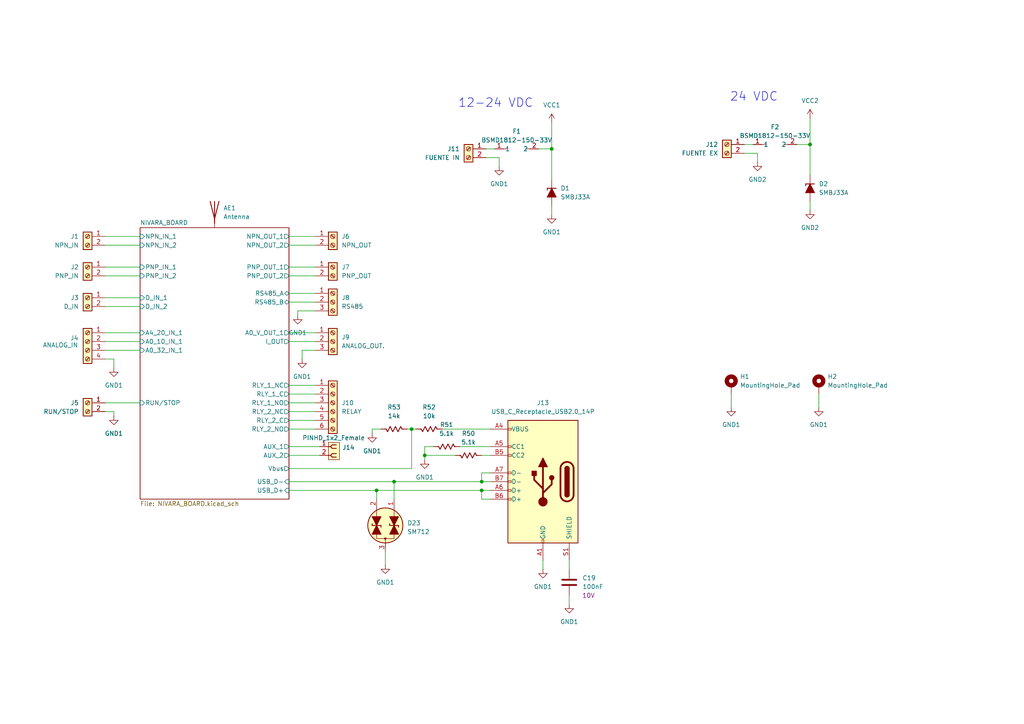
<source format=kicad_sch>
(kicad_sch (version 20250114) (generator "eeschema") (generator_version "9.0")
  (paper "A4")
  (title_block (title "PCB Nivara") (date "2025-06-06") (rev "2025-06-06") (company "Instituto Tecnológico de las Américas"))
  (lib_symbols
    (symbol "Connector:Screw_Terminal_01x02" (pin_names (offset 1.016) (hide yes))
      (property "Reference" "J" (at 0 2.54 0))
      (property "Value" "Screw_Terminal_01x02" (at 0 -5.08 0))
      (symbol "Screw_Terminal_01x02_1_1"
        (rectangle (start -1.27 1.27) (end 1.27 -3.81) (stroke (width 0.254)) (fill (type background)))
        (polyline (pts (xy -0.5334 0.3302) (xy 0.3302 -0.508)) (stroke (width 0.1524)))
        (polyline (pts (xy -0.5334 -2.2098) (xy 0.3302 -3.048)) (stroke (width 0.1524)))
        (polyline (pts (xy -0.3556 0.508) (xy 0.508 -0.3302)) (stroke (width 0.1524)))
        (polyline (pts (xy -0.3556 -2.032) (xy 0.508 -2.8702)) (stroke (width 0.1524)))
        (circle (center 0 0) (radius 0.635) (stroke (width 0.1524)))
        (circle (center 0 -2.54) (radius 0.635) (stroke (width 0.1524)))
        (pin passive line (at -5.08 0 0) (length 3.81) (name "Pin_1") (number "1"))
        (pin passive line (at -5.08 -2.54 0) (length 3.81) (name "Pin_2") (number "2"))
      )
    )
    (symbol "Connector:Screw_Terminal_01x03" (pin_names (offset 1.016) (hide yes))
      (property "Reference" "J" (at 0 5.08 0))
      (property "Value" "Screw_Terminal_01x03" (at 0 -5.08 0))
      (symbol "Screw_Terminal_01x03_1_1"
        (rectangle (start -1.27 3.81) (end 1.27 -3.81) (stroke (width 0.254)) (fill (type background)))
        (polyline (pts (xy -0.5334 2.8702) (xy 0.3302 2.032)) (stroke (width 0.1524)))
        (polyline (pts (xy -0.5334 0.3302) (xy 0.3302 -0.508)) (stroke (width 0.1524)))
        (polyline (pts (xy -0.5334 -2.2098) (xy 0.3302 -3.048)) (stroke (width 0.1524)))
        (polyline (pts (xy -0.3556 3.048) (xy 0.508 2.2098)) (stroke (width 0.1524)))
        (polyline (pts (xy -0.3556 0.508) (xy 0.508 -0.3302)) (stroke (width 0.1524)))
        (polyline (pts (xy -0.3556 -2.032) (xy 0.508 -2.8702)) (stroke (width 0.1524)))
        (circle (center 0 2.54) (radius 0.635) (stroke (width 0.1524)))
        (circle (center 0 0) (radius 0.635) (stroke (width 0.1524)))
        (circle (center 0 -2.54) (radius 0.635) (stroke (width 0.1524)))
        (pin passive line (at -5.08 2.54 0) (length 3.81) (name "Pin_1") (number "1"))
        (pin passive line (at -5.08 0 0) (length 3.81) (name "Pin_2") (number "2"))
        (pin passive line (at -5.08 -2.54 0) (length 3.81) (name "Pin_3") (number "3"))
      )
    )
    (symbol "Connector:Screw_Terminal_01x04" (pin_names (offset 1.016) (hide yes))
      (property "Reference" "J" (at 0 5.08 0))
      (property "Value" "Screw_Terminal_01x04" (at 0 -7.62 0))
      (symbol "Screw_Terminal_01x04_1_1"
        (rectangle (start -1.27 3.81) (end 1.27 -6.35) (stroke (width 0.254)) (fill (type background)))
        (polyline (pts (xy -0.5334 2.8702) (xy 0.3302 2.032)) (stroke (width 0.1524)))
        (polyline (pts (xy -0.5334 0.3302) (xy 0.3302 -0.508)) (stroke (width 0.1524)))
        (polyline (pts (xy -0.5334 -2.2098) (xy 0.3302 -3.048)) (stroke (width 0.1524)))
        (polyline (pts (xy -0.5334 -4.7498) (xy 0.3302 -5.588)) (stroke (width 0.1524)))
        (polyline (pts (xy -0.3556 3.048) (xy 0.508 2.2098)) (stroke (width 0.1524)))
        (polyline (pts (xy -0.3556 0.508) (xy 0.508 -0.3302)) (stroke (width 0.1524)))
        (polyline (pts (xy -0.3556 -2.032) (xy 0.508 -2.8702)) (stroke (width 0.1524)))
        (polyline (pts (xy -0.3556 -4.572) (xy 0.508 -5.4102)) (stroke (width 0.1524)))
        (circle (center 0 2.54) (radius 0.635) (stroke (width 0.1524)))
        (circle (center 0 0) (radius 0.635) (stroke (width 0.1524)))
        (circle (center 0 -2.54) (radius 0.635) (stroke (width 0.1524)))
        (circle (center 0 -5.08) (radius 0.635) (stroke (width 0.1524)))
        (pin passive line (at -5.08 2.54 0) (length 3.81) (name "Pin_1") (number "1"))
        (pin passive line (at -5.08 0 0) (length 3.81) (name "Pin_2") (number "2"))
        (pin passive line (at -5.08 -2.54 0) (length 3.81) (name "Pin_3") (number "3"))
        (pin passive line (at -5.08 -5.08 0) (length 3.81) (name "Pin_4") (number "4"))
      )
    )
    (symbol "Connector:Screw_Terminal_01x06" (pin_names (offset 1.016) (hide yes))
      (property "Reference" "J" (at 0 7.62 0))
      (property "Value" "Screw_Terminal_01x06" (at 0 -10.16 0))
      (symbol "Screw_Terminal_01x06_1_1"
        (rectangle (start -1.27 6.35) (end 1.27 -8.89) (stroke (width 0.254)) (fill (type background)))
        (polyline (pts (xy -0.5334 5.4102) (xy 0.3302 4.572)) (stroke (width 0.1524)))
        (polyline (pts (xy -0.5334 2.8702) (xy 0.3302 2.032)) (stroke (width 0.1524)))
        (polyline (pts (xy -0.5334 0.3302) (xy 0.3302 -0.508)) (stroke (width 0.1524)))
        (polyline (pts (xy -0.5334 -2.2098) (xy 0.3302 -3.048)) (stroke (width 0.1524)))
        (polyline (pts (xy -0.5334 -4.7498) (xy 0.3302 -5.588)) (stroke (width 0.1524)))
        (polyline (pts (xy -0.5334 -7.2898) (xy 0.3302 -8.128)) (stroke (width 0.1524)))
        (polyline (pts (xy -0.3556 5.588) (xy 0.508 4.7498)) (stroke (width 0.1524)))
        (polyline (pts (xy -0.3556 3.048) (xy 0.508 2.2098)) (stroke (width 0.1524)))
        (polyline (pts (xy -0.3556 0.508) (xy 0.508 -0.3302)) (stroke (width 0.1524)))
        (polyline (pts (xy -0.3556 -2.032) (xy 0.508 -2.8702)) (stroke (width 0.1524)))
        (polyline (pts (xy -0.3556 -4.572) (xy 0.508 -5.4102)) (stroke (width 0.1524)))
        (polyline (pts (xy -0.3556 -7.112) (xy 0.508 -7.9502)) (stroke (width 0.1524)))
        (circle (center 0 5.08) (radius 0.635) (stroke (width 0.1524)))
        (circle (center 0 2.54) (radius 0.635) (stroke (width 0.1524)))
        (circle (center 0 0) (radius 0.635) (stroke (width 0.1524)))
        (circle (center 0 -2.54) (radius 0.635) (stroke (width 0.1524)))
        (circle (center 0 -5.08) (radius 0.635) (stroke (width 0.1524)))
        (circle (center 0 -7.62) (radius 0.635) (stroke (width 0.1524)))
        (pin passive line (at -5.08 5.08 0) (length 3.81) (name "Pin_1") (number "1"))
        (pin passive line (at -5.08 2.54 0) (length 3.81) (name "Pin_2") (number "2"))
        (pin passive line (at -5.08 0 0) (length 3.81) (name "Pin_3") (number "3"))
        (pin passive line (at -5.08 -2.54 0) (length 3.81) (name "Pin_4") (number "4"))
        (pin passive line (at -5.08 -5.08 0) (length 3.81) (name "Pin_5") (number "5"))
        (pin passive line (at -5.08 -7.62 0) (length 3.81) (name "Pin_6") (number "6"))
      )
    )
    (symbol "Connector:USB_C_Receptacle_USB2.0_14P" (pin_names (offset 1.016))
      (property "Reference" "J" (at 0 22.225 0))
      (property "Value" "USB_C_Receptacle_USB2.0_14P" (at 0 19.685 0))
      (symbol "USB_C_Receptacle_USB2.0_14P_0_0"
        (rectangle (start -0.254 -17.78) (end 0.254 -16.764))
        (rectangle (start 10.16 15.494) (end 9.144 14.986))
        (rectangle (start 10.16 10.414) (end 9.144 9.906))
        (rectangle (start 10.16 7.874) (end 9.144 7.366))
        (rectangle (start 10.16 2.794) (end 9.144 2.286))
        (rectangle (start 10.16 0.254) (end 9.144 -0.254))
        (rectangle (start 10.16 -2.286) (end 9.144 -2.794))
        (rectangle (start 10.16 -4.826) (end 9.144 -5.334))
      )
      (symbol "USB_C_Receptacle_USB2.0_14P_0_1"
        (rectangle (start -10.16 17.78) (end 10.16 -17.78) (stroke (width 0.254)) (fill (type background)))
        (polyline (pts (xy -8.89 -3.81) (xy -8.89 3.81)) (stroke (width 0.508)))
        (rectangle (start -7.62 -3.81) (end -6.35 3.81) (stroke (width 0.254)) (fill (type outline)))
        (arc (start -7.62 3.81) (mid -6.985 4.4423) (end -6.35 3.81) (stroke (width 0.254)))
        (arc (start -7.62 3.81) (mid -6.985 4.4423) (end -6.35 3.81) (stroke (width 0.254)) (fill (type outline)))
        (arc (start -8.89 3.81) (mid -6.985 5.7067) (end -5.08 3.81) (stroke (width 0.508)))
        (arc (start -5.08 -3.81) (mid -6.985 -5.7067) (end -8.89 -3.81) (stroke (width 0.508)))
        (arc (start -6.35 -3.81) (mid -6.985 -4.4423) (end -7.62 -3.81) (stroke (width 0.254)))
        (arc (start -6.35 -3.81) (mid -6.985 -4.4423) (end -7.62 -3.81) (stroke (width 0.254)) (fill (type outline)))
        (polyline (pts (xy -5.08 3.81) (xy -5.08 -3.81)) (stroke (width 0.508)))
        (circle (center -2.54 1.143) (radius 0.635) (stroke (width 0.254)) (fill (type outline)))
        (polyline (pts (xy -1.27 4.318) (xy 0 6.858) (xy 1.27 4.318) (xy -1.27 4.318)) (stroke (width 0.254)) (fill (type outline)))
        (polyline (pts (xy 0 -2.032) (xy 2.54 0.508) (xy 2.54 1.778)) (stroke (width 0.508)))
        (polyline (pts (xy 0 -3.302) (xy -2.54 -0.762) (xy -2.54 0.508)) (stroke (width 0.508)))
        (polyline (pts (xy 0 -5.842) (xy 0 4.318)) (stroke (width 0.508)))
        (circle (center 0 -5.842) (radius 1.27) (fill (type outline)))
        (rectangle (start 1.905 1.778) (end 3.175 3.048) (stroke (width 0.254)) (fill (type outline)))
      )
      (symbol "USB_C_Receptacle_USB2.0_14P_1_1"
        (pin passive line (at -7.62 -22.86 90) (length 5.08) (name "SHIELD") (number "S1"))
        (pin passive line (at 0 -22.86 90) (length 5.08) (name "GND") (number "A1"))
        (pin passive line (at 0 -22.86 90) (length 5.08) (hide yes) (name "GND") (number "A12"))
        (pin passive line (at 0 -22.86 90) (length 5.08) (hide yes) (name "GND") (number "B1"))
        (pin passive line (at 0 -22.86 90) (length 5.08) (hide yes) (name "GND") (number "B12"))
        (pin passive line (at 15.24 15.24 180) (length 5.08) (name "VBUS") (number "A4"))
        (pin passive line (at 15.24 15.24 180) (length 5.08) (hide yes) (name "VBUS") (number "A9"))
        (pin passive line (at 15.24 15.24 180) (length 5.08) (hide yes) (name "VBUS") (number "B4"))
        (pin passive line (at 15.24 15.24 180) (length 5.08) (hide yes) (name "VBUS") (number "B9"))
        (pin bidirectional line (at 15.24 10.16 180) (length 5.08) (name "CC1") (number "A5"))
        (pin bidirectional line (at 15.24 7.62 180) (length 5.08) (name "CC2") (number "B5"))
        (pin bidirectional line (at 15.24 2.54 180) (length 5.08) (name "D-") (number "A7"))
        (pin bidirectional line (at 15.24 0 180) (length 5.08) (name "D-") (number "B7"))
        (pin bidirectional line (at 15.24 -2.54 180) (length 5.08) (name "D+") (number "A6"))
        (pin bidirectional line (at 15.24 -5.08 180) (length 5.08) (name "D+") (number "B6"))
      )
    )
    (symbol "Device:Antenna" (pin_numbers (hide yes)) (pin_names (offset 1.016) (hide yes))
      (property "Reference" "AE" (at -1.905 1.905 0))
      (property "Value" "Antenna" (at -1.905 0 0))
      (symbol "Antenna_0_1"
        (polyline (pts (xy 0 2.54) (xy 0 -3.81)) (stroke (width 0.254)))
        (polyline (pts (xy 1.27 2.54) (xy 0 -2.54) (xy -1.27 2.54)) (stroke (width 0.254)))
      )
      (symbol "Antenna_1_1"
        (pin input line (at 0 -5.08 90) (length 2.54) (name "A") (number "1"))
      )
    )
    (symbol "EasyEDA:BSMD1812-150-33V"
      (property "Reference" "F" (at 0 5.08 0))
      (property "Value" "BSMD1812-150-33V" (at 0 -5.08 0))
      (symbol "BSMD1812-150-33V_0_1"
        (polyline (pts (xy -2.54 0) (xy -1.27 0)))
        (polyline (pts (xy -1.27 0)) (fill (type background)))
        (polyline (pts (xy 3.81 0) (xy 5.08 0)))
        (pin unspecified line (at -5.08 0 0) (length 2.54) (name "1") (number "1"))
        (pin unspecified line (at 7.62 0 180) (length 2.54) (name "2") (number "2"))
      )
    )
    (symbol "Mechanical:MountingHole_Pad" (pin_numbers (hide yes)) (pin_names (offset 1.016) (hide yes)) (in_bom no)
      (property "Reference" "H" (at 0 6.35 0))
      (property "Value" "MountingHole_Pad" (at 0 4.445 0))
      (symbol "MountingHole_Pad_0_1"
        (circle (center 0 1.27) (radius 1.27) (stroke (width 1.27)))
      )
      (symbol "MountingHole_Pad_1_1"
        (pin input line (at 0 -2.54 90) (length 2.54) (name "1") (number "1"))
      )
    )
    (symbol "PCM_Capacitor_US_AKL:C_0603" (pin_numbers (hide yes)) (pin_names (offset 0.254))
      (property "Reference" "C" (at 0.635 2.54 0))
      (property "Value" "C_0603" (at 0.635 -2.54 0))
      (symbol "C_0603_0_1"
        (polyline (pts (xy -2.032 0.762) (xy 2.032 0.762)) (stroke (width 0.508)))
        (polyline (pts (xy -2.032 -0.762) (xy 2.032 -0.762)) (stroke (width 0.508)))
      )
      (symbol "C_0603_0_2"
        (polyline (pts (xy -2.54 -2.54) (xy -0.381 -0.381)))
        (polyline (pts (xy -0.508 -0.508) (xy -1.651 0.635)) (stroke (width 0.508)))
        (polyline (pts (xy -0.508 -0.508) (xy 0.635 -1.651)) (stroke (width 0.508)))
        (polyline (pts (xy 0.381 0.381) (xy 2.54 2.54)))
        (polyline (pts (xy 0.508 0.508) (xy -0.635 1.651)) (stroke (width 0.508)))
        (polyline (pts (xy 0.508 0.508) (xy 1.651 -0.635)) (stroke (width 0.508)))
      )
      (symbol "C_0603_1_1"
        (pin passive line (at 0 3.81 270) (length 2.794) (name "~") (number "1"))
        (pin passive line (at 0 -3.81 90) (length 2.794) (name "~") (number "2"))
      )
      (symbol "C_0603_1_2"
        (pin passive line (at -2.54 -2.54 90) (length 0) (name "~") (number "2"))
        (pin passive line (at 2.54 2.54 270) (length 0) (name "~") (number "1"))
      )
    )
    (symbol "PCM_Diode_TVS_AKL:SM712" (pin_names (offset 1.016) (hide yes))
      (property "Reference" "D" (at 0 8.89 0))
      (property "Value" "SM712" (at 0 6.35 0))
      (symbol "SM712_0_1"
        (polyline (pts (xy -6.35 0) (xy -3.81 0)))
        (circle (center -3.81 0) (radius 0.254) (fill (type outline)))
        (polyline (pts (xy -2.54 2.54) (xy -3.81 2.54) (xy -3.81 -2.54) (xy -2.54 -2.54)))
        (circle (center 0 0) (radius 5.08) (stroke (width 0.254)) (fill (type background)))
        (polyline (pts (xy 2.54 2.54) (xy 5.08 2.54)))
        (polyline (pts (xy 2.54 -2.54) (xy 5.08 -2.54)))
      )
      (symbol "SM712_0_2"
        (polyline (pts (xy -2.54 5.08) (xy -2.54 -5.08)) (stroke (width 0.254)))
        (polyline (pts (xy -2.54 0) (xy 0 0)))
        (polyline (pts (xy 0 6.35) (xy 0 7.62)))
        (arc (start -2.54 5.08) (mid 0 7.5976) (end 2.54 5.08) (stroke (width 0.254)))
        (polyline (pts (xy 0 1.27) (xy 0 -1.27)))
        (circle (center 0 0) (radius 0.254) (fill (type outline)))
        (arc (start 2.54 -5.08) (mid 0 -7.5976) (end -2.54 -5.08) (stroke (width 0.254)))
        (polyline (pts (xy 0 -6.35) (xy 0 -7.62)))
        (polyline (pts (xy 0 -7.62) (xy -1.016 -7.366) (xy -1.778 -6.858) (xy -2.286 -6.096) (xy -2.54 -5.588) (xy -2.54 5.334) (xy -2.286 6.096) (xy -2.032 6.604) (xy -1.524 7.112) (xy -0.254 7.62) (xy 0.254 7.62) (xy 1.524 7.112) (xy 2.032 6.604) (xy 2.286 6.096) (xy 2.54 5.334) (xy 2.54 0.254) (xy 2.54 -5.334) (xy 2.286 -6.096) (xy 2.032 -6.604) (xy 1.524 -7.112) (xy 1.016 -7.366) (xy 0 -7.62)) (stroke (width 0.01)) (fill (type background)))
        (polyline (pts (xy 2.54 -5.08) (xy 2.54 5.08)) (stroke (width 0.254)))
      )
      (symbol "SM712_1_1"
        (polyline (pts (xy -2.54 1.27) (xy -2.54 3.81) (xy 0 2.54) (xy -2.54 1.27)) (stroke (width 0.254)) (fill (type outline)))
        (polyline (pts (xy -2.54 -3.81) (xy -2.54 -1.27) (xy 0 -2.54) (xy -2.54 -3.81)) (stroke (width 0.254)) (fill (type outline)))
        (polyline (pts (xy -1.27 2.54) (xy 1.27 2.54)))
        (polyline (pts (xy -1.27 -2.54) (xy 1.27 -2.54)))
        (polyline (pts (xy 0 3.81) (xy 0.508 3.81)) (stroke (width 0.254)))
        (polyline (pts (xy 0 2.54) (xy 2.54 1.27) (xy 2.54 3.81) (xy 0 2.54)) (stroke (width 0.254)) (fill (type outline)))
        (polyline (pts (xy 0 1.27) (xy -0.508 1.27)) (stroke (width 0.254)))
        (polyline (pts (xy 0 1.27) (xy 0 3.81)) (stroke (width 0.254)))
        (polyline (pts (xy 0 -1.27) (xy 0.508 -1.27)) (stroke (width 0.254)))
        (polyline (pts (xy 0 -2.54) (xy 2.54 -3.81) (xy 2.54 -1.27) (xy 0 -2.54)) (stroke (width 0.254)) (fill (type outline)))
        (polyline (pts (xy 0 -3.81) (xy -0.508 -3.81)) (stroke (width 0.254)))
        (polyline (pts (xy 0 -3.81) (xy 0 -1.27)) (stroke (width 0.254)))
        (pin passive line (at -7.62 0 0) (length 2.54) (name "Com") (number "3"))
        (pin passive line (at 7.62 2.54 180) (length 2.54) (name "A2") (number "2"))
        (pin passive line (at 7.62 -2.54 180) (length 2.54) (name "A1") (number "1"))
      )
      (symbol "SM712_1_2"
        (polyline (pts (xy -1.27 3.81) (xy -1.27 4.318)) (stroke (width 0.254)))
        (polyline (pts (xy -1.27 -3.81) (xy -1.27 -3.302)) (stroke (width 0.254)))
        (polyline (pts (xy 0 3.81) (xy 1.27 6.35) (xy -1.27 6.35) (xy 0 3.81)) (stroke (width 0.254)) (fill (type outline)))
        (polyline (pts (xy 0 -3.81) (xy 1.27 -1.27) (xy -1.27 -1.27) (xy 0 -3.81)) (stroke (width 0.254)) (fill (type outline)))
        (polyline (pts (xy 1.27 3.81) (xy -1.27 3.81)) (stroke (width 0.254)))
        (polyline (pts (xy 1.27 3.81) (xy 1.27 3.302)) (stroke (width 0.254)))
        (polyline (pts (xy 1.27 1.27) (xy -1.27 1.27) (xy 0 3.81) (xy 1.27 1.27)) (stroke (width 0.254)) (fill (type outline)))
        (polyline (pts (xy 1.27 -3.81) (xy -1.27 -3.81)) (stroke (width 0.254)))
        (polyline (pts (xy 1.27 -3.81) (xy 1.27 -4.318)) (stroke (width 0.254)))
        (polyline (pts (xy 1.27 -6.35) (xy -1.27 -6.35) (xy 0 -3.81) (xy 1.27 -6.35)) (stroke (width 0.254)) (fill (type outline)))
        (pin passive line (at -5.08 0 0) (length 2.54) (name "Com") (number "3"))
        (pin passive line (at 0 10.16 270) (length 2.54) (name "A2") (number "2"))
        (pin passive line (at 0 -10.16 90) (length 2.54) (name "A1") (number "1"))
      )
    )
    (symbol "PCM_Diode_TVS_AKL:SMBJ33A" (pin_numbers (hide yes)) (pin_names (offset 1.016) (hide yes))
      (property "Reference" "D" (at 0 5.08 0))
      (property "Value" "SMBJ33A" (at 0 2.54 0))
      (symbol "SMBJ33A_0_1"
        (polyline (pts (xy -1.27 1.27) (xy -1.27 -1.27) (xy 1.27 0) (xy -1.27 1.27)) (stroke (width 0.254)) (fill (type outline)))
        (polyline (pts (xy -1.27 0) (xy 1.27 0)))
        (polyline (pts (xy 1.27 1.27) (xy 0.762 1.27)) (stroke (width 0.254)))
        (polyline (pts (xy 1.27 -1.27) (xy 1.27 1.27)) (stroke (width 0.254)))
      )
      (symbol "SMBJ33A_0_2"
        (polyline (pts (xy -2.54 -2.54) (xy 2.54 2.54)))
        (polyline (pts (xy -0.889 -0.889) (xy -1.778 0) (xy 0.889 0.889) (xy 0 -1.778) (xy -0.889 -0.889)) (stroke (width 0.254)) (fill (type outline)))
        (polyline (pts (xy 0 1.778) (xy -0.381 1.397)) (stroke (width 0.254)))
        (polyline (pts (xy 0 1.778) (xy 1.778 0)) (stroke (width 0.254)))
      )
      (symbol "SMBJ33A_1_1"
        (pin passive line (at -3.81 0 0) (length 2.54) (name "A") (number "2"))
        (pin passive line (at 3.81 0 180) (length 2.54) (name "K") (number "1"))
      )
      (symbol "SMBJ33A_1_2"
        (pin passive line (at -2.54 -2.54 0) (length 0) (name "A") (number "2"))
        (pin passive line (at 2.54 2.54 180) (length 0) (name "K") (number "1"))
      )
    )
    (symbol "PCM_Resistor_US_AKL:R_0603" (pin_numbers (hide yes)) (pin_names (offset 0))
      (property "Reference" "R" (at 2.54 1.27 0))
      (property "Value" "R_0603" (at 2.54 -1.27 0))
      (symbol "R_0603_0_1"
        (polyline (pts (xy 0 2.286) (xy 0 2.54)) (stroke (width 0.254)))
        (polyline (pts (xy 0 2.286) (xy 0.762 1.905) (xy -0.762 1.143) (xy 0 0.762) (xy 0.762 0.381) (xy 0 0) (xy -0.762 -0.381) (xy 0 -0.762) (xy 0.762 -1.143) (xy 0 -1.524) (xy -0.762 -1.905) (xy 0 -2.286)) (stroke (width 0.254)))
        (polyline (pts (xy 0 -2.286) (xy 0 -2.54)) (stroke (width 0.254)))
      )
      (symbol "R_0603_0_2"
        (polyline (pts (xy -2.54 -2.54) (xy -1.778 -1.778)))
        (polyline (pts (xy -1.778 -1.778) (xy -1.524 -1.524)) (stroke (width 0.254)))
        (polyline (pts (xy -1.524 -1.524) (xy -1.778 -0.762) (xy -1.016 -1.016)) (stroke (width 0.254)))
        (polyline (pts (xy -0.508 -0.508) (xy -0.762 0.254) (xy 0 0)) (stroke (width 0.254)))
        (polyline (pts (xy -0.508 -0.508) (xy -0.254 -1.27) (xy -1.016 -1.016)) (stroke (width 0.254)))
        (polyline (pts (xy 0.508 0.508) (xy 0.254 1.27) (xy 1.016 1.016)) (stroke (width 0.254)))
        (polyline (pts (xy 0.508 0.508) (xy 0.762 -0.254) (xy 0 0)) (stroke (width 0.254)))
        (polyline (pts (xy 1.524 1.524) (xy 1.778 0.762) (xy 1.016 1.016)) (stroke (width 0.254)))
        (polyline (pts (xy 1.778 1.778) (xy 1.524 1.524)) (stroke (width 0.254)))
        (polyline (pts (xy 1.778 1.778) (xy 2.54 2.54)))
      )
      (symbol "R_0603_1_1"
        (pin passive line (at 0 3.81 270) (length 1.27) (name "~") (number "1"))
        (pin passive line (at 0 -3.81 90) (length 1.27) (name "~") (number "2"))
      )
      (symbol "R_0603_1_2"
        (pin passive line (at -2.54 -2.54 0) (length 0) (name "") (number "2"))
        (pin passive line (at 2.54 2.54 180) (length 0) (name "") (number "1"))
      )
    )
    (symbol "PCM_Resistor_US_AKL:R_0805" (pin_numbers (hide yes)) (pin_names (offset 0))
      (property "Reference" "R" (at 2.54 1.27 0))
      (property "Value" "R_0805" (at 2.54 -1.27 0))
      (symbol "R_0805_0_1"
        (polyline (pts (xy 0 2.286) (xy 0 2.54)) (stroke (width 0.254)))
        (polyline (pts (xy 0 2.286) (xy 0.762 1.905) (xy -0.762 1.143) (xy 0 0.762) (xy 0.762 0.381) (xy 0 0) (xy -0.762 -0.381) (xy 0 -0.762) (xy 0.762 -1.143) (xy 0 -1.524) (xy -0.762 -1.905) (xy 0 -2.286)) (stroke (width 0.254)))
        (polyline (pts (xy 0 -2.286) (xy 0 -2.54)) (stroke (width 0.254)))
      )
      (symbol "R_0805_0_2"
        (polyline (pts (xy -2.54 -2.54) (xy -1.778 -1.778)))
        (polyline (pts (xy -1.778 -1.778) (xy -1.524 -1.524)) (stroke (width 0.254)))
        (polyline (pts (xy -1.524 -1.524) (xy -1.778 -0.762) (xy -1.016 -1.016)) (stroke (width 0.254)))
        (polyline (pts (xy -0.508 -0.508) (xy -0.762 0.254) (xy 0 0)) (stroke (width 0.254)))
        (polyline (pts (xy -0.508 -0.508) (xy -0.254 -1.27) (xy -1.016 -1.016)) (stroke (width 0.254)))
        (polyline (pts (xy 0.508 0.508) (xy 0.254 1.27) (xy 1.016 1.016)) (stroke (width 0.254)))
        (polyline (pts (xy 0.508 0.508) (xy 0.762 -0.254) (xy 0 0)) (stroke (width 0.254)))
        (polyline (pts (xy 1.524 1.524) (xy 1.778 0.762) (xy 1.016 1.016)) (stroke (width 0.254)))
        (polyline (pts (xy 1.778 1.778) (xy 1.524 1.524)) (stroke (width 0.254)))
        (polyline (pts (xy 1.778 1.778) (xy 2.54 2.54)))
      )
      (symbol "R_0805_1_1"
        (pin passive line (at 0 3.81 270) (length 1.27) (name "~") (number "1"))
        (pin passive line (at 0 -3.81 90) (length 1.27) (name "~") (number "2"))
      )
      (symbol "R_0805_1_2"
        (pin passive line (at -2.54 -2.54 0) (length 0) (name "") (number "2"))
        (pin passive line (at 2.54 2.54 180) (length 0) (name "") (number "1"))
      )
    )
    (symbol "PCM_SL_Pin_Headers:PINHD_1x2_Female"
      (property "Reference" "J" (at 0 7.62 0))
      (property "Value" "PINHD_1x2_Female" (at 0 5.08 0))
      (symbol "PINHD_1x2_Female_0_1"
        (rectangle (start -1.27 2.54) (end 1.905 -2.54) (fill (type background)))
        (polyline (pts (xy -1.27 1.27) (xy -0.508 1.27)) (stroke (width 0.25)))
        (polyline (pts (xy -1.27 -1.27) (xy -0.508 -1.27)) (stroke (width 0.25)))
        (polyline (pts (xy 0 1.778) (xy 1.016 1.778)) (stroke (width 0.25)))
        (arc (start -0.508 1.27) (mid -0.3592 1.6292) (end 0 1.778) (stroke (width 0.25)))
        (arc (start 0 0.762) (mid -0.3592 0.9108) (end -0.508 1.27) (stroke (width 0.25)))
        (polyline (pts (xy 0 0.762) (xy 1.016 0.762)) (stroke (width 0.25)))
        (polyline (pts (xy 0 -0.762) (xy 1.016 -0.762)) (stroke (width 0.25)))
        (arc (start -0.508 -1.27) (mid -0.3592 -0.9108) (end 0 -0.762) (stroke (width 0.25)))
        (arc (start 0 -1.778) (mid -0.3592 -1.6292) (end -0.508 -1.27) (stroke (width 0.25)))
        (polyline (pts (xy 0 -1.778) (xy 1.016 -1.778)) (stroke (width 0.25)))
      )
      (symbol "PINHD_1x2_Female_1_1"
        (pin passive line (at -3.81 1.27 0) (length 2.54) (name "") (number "1"))
        (pin passive line (at -3.81 -1.27 0) (length 2.54) (name "") (number "2"))
      )
    )
    (symbol "power:GND" (power) (pin_numbers (hide yes)) (pin_names (offset 0) (hide yes))
      (property "Value" "GND" (at 0 -3.81 0))
      (symbol "GND_0_1"
        (polyline (pts (xy 0 0) (xy 0 -1.27) (xy 1.27 -1.27) (xy 0 -2.54) (xy -1.27 -1.27) (xy 0 -1.27)))
      )
      (symbol "GND_1_1"
        (pin power_in line (at 0 0 270) (length 0) (name "~") (number "1"))
      )
    )
    (symbol "power:VCC" (power) (pin_numbers (hide yes)) (pin_names (offset 0) (hide yes))
      (property "Value" "VCC" (at 0 3.556 0))
      (symbol "VCC_0_1"
        (polyline (pts (xy -0.762 1.27) (xy 0 2.54)))
        (polyline (pts (xy 0 2.54) (xy 0.762 1.27)))
        (polyline (pts (xy 0 0) (xy 0 2.54)))
      )
      (symbol "VCC_1_1"
        (pin power_in line (at 0 0 90) (length 0) (name "~") (number "1"))
      )
    )
  )
  (text "12-24 VDC" (at 143.764 29.972 0) (effects (font (size 2.5 2.5))))
  (text "\n\n24 VDC" (at 218.694 24.13 0) (effects (font (size 2.5 2.5))))
  (junction (at 123.19 132.08))
  (junction (at 109.22 142.24))
  (junction (at 114.3 139.7))
  (junction (at 160.02 43.18))
  (junction (at 139.7 142.24))
  (junction (at 119.38 124.46))
  (junction (at 139.7 139.7))
  (junction (at 234.95 41.91))
  (wire (pts (xy 157.48 162.56) (xy 157.48 165.1)))
  (wire (pts (xy 234.95 60.96) (xy 234.95 58.42)))
  (wire (pts (xy 30.48 88.9) (xy 40.64 88.9)))
  (wire (pts (xy 87.63 101.6) (xy 91.44 101.6)))
  (wire (pts (xy 109.22 142.24) (xy 109.22 144.78)))
  (wire (pts (xy 83.82 87.63) (xy 91.44 87.63)))
  (wire (pts (xy 33.02 119.38) (xy 30.48 119.38)))
  (wire (pts (xy 30.48 101.6) (xy 40.64 101.6)))
  (wire (pts (xy 83.82 119.38) (xy 91.44 119.38)))
  (wire (pts (xy 83.82 77.47) (xy 91.44 77.47)))
  (wire (pts (xy 83.82 135.89) (xy 119.38 135.89)))
  (wire (pts (xy 123.19 133.35) (xy 123.19 132.08)))
  (wire (pts (xy 234.95 34.29) (xy 234.95 41.91)))
  (wire (pts (xy 118.11 124.46) (xy 119.38 124.46)))
  (wire (pts (xy 83.82 121.92) (xy 91.44 121.92)))
  (wire (pts (xy 30.48 77.47) (xy 40.64 77.47)))
  (wire (pts (xy 33.02 104.14) (xy 30.48 104.14)))
  (wire (pts (xy 114.3 139.7) (xy 114.3 144.78)))
  (wire (pts (xy 160.02 43.18) (xy 160.02 52.07)))
  (wire (pts (xy 107.95 124.46) (xy 110.49 124.46)))
  (wire (pts (xy 234.95 41.91) (xy 234.95 50.8)))
  (wire (pts (xy 144.78 45.72) (xy 140.97 45.72)))
  (wire (pts (xy 156.21 43.18) (xy 160.02 43.18)))
  (wire (pts (xy 109.22 142.24) (xy 139.7 142.24)))
  (wire (pts (xy 123.19 132.08) (xy 123.19 129.54)))
  (wire (pts (xy 142.24 129.54) (xy 133.35 129.54)))
  (wire (pts (xy 33.02 120.65) (xy 33.02 119.38)))
  (wire (pts (xy 219.71 44.45) (xy 215.9 44.45)))
  (wire (pts (xy 83.82 80.01) (xy 91.44 80.01)))
  (wire (pts (xy 160.02 35.56) (xy 160.02 43.18)))
  (wire (pts (xy 83.82 114.3) (xy 91.44 114.3)))
  (wire (pts (xy 83.82 96.52) (xy 91.44 96.52)))
  (wire (pts (xy 142.24 142.24) (xy 139.7 142.24)))
  (wire (pts (xy 231.14 41.91) (xy 234.95 41.91)))
  (wire (pts (xy 83.82 142.24) (xy 109.22 142.24)))
  (wire (pts (xy 165.1 162.56) (xy 165.1 165.1)))
  (wire (pts (xy 107.95 125.73) (xy 107.95 124.46)))
  (wire (pts (xy 218.44 41.91) (xy 215.9 41.91)))
  (wire (pts (xy 33.02 106.68) (xy 33.02 104.14)))
  (wire (pts (xy 83.82 99.06) (xy 91.44 99.06)))
  (wire (pts (xy 119.38 135.89) (xy 119.38 124.46)))
  (wire (pts (xy 30.48 116.84) (xy 40.64 116.84)))
  (wire (pts (xy 139.7 142.24) (xy 139.7 144.78)))
  (wire (pts (xy 30.48 96.52) (xy 40.64 96.52)))
  (wire (pts (xy 92.71 132.08) (xy 83.82 132.08)))
  (wire (pts (xy 30.48 68.58) (xy 40.64 68.58)))
  (wire (pts (xy 140.97 43.18) (xy 143.51 43.18)))
  (wire (pts (xy 219.71 46.99) (xy 219.71 44.45)))
  (wire (pts (xy 86.36 91.44) (xy 86.36 90.17)))
  (wire (pts (xy 142.24 137.16) (xy 139.7 137.16)))
  (wire (pts (xy 30.48 71.12) (xy 40.64 71.12)))
  (wire (pts (xy 165.1 172.72) (xy 165.1 175.26)))
  (wire (pts (xy 92.71 129.54) (xy 83.82 129.54)))
  (wire (pts (xy 212.09 114.3) (xy 212.09 118.11)))
  (wire (pts (xy 83.82 116.84) (xy 91.44 116.84)))
  (wire (pts (xy 83.82 71.12) (xy 91.44 71.12)))
  (wire (pts (xy 83.82 68.58) (xy 91.44 68.58)))
  (wire (pts (xy 83.82 85.09) (xy 91.44 85.09)))
  (wire (pts (xy 30.48 86.36) (xy 40.64 86.36)))
  (wire (pts (xy 111.76 160.02) (xy 111.76 163.83)))
  (wire (pts (xy 30.48 80.01) (xy 40.64 80.01)))
  (wire (pts (xy 139.7 144.78) (xy 142.24 144.78)))
  (wire (pts (xy 142.24 132.08) (xy 139.7 132.08)))
  (wire (pts (xy 30.48 99.06) (xy 40.64 99.06)))
  (wire (pts (xy 139.7 137.16) (xy 139.7 139.7)))
  (wire (pts (xy 123.19 129.54) (xy 125.73 129.54)))
  (wire (pts (xy 83.82 111.76) (xy 91.44 111.76)))
  (wire (pts (xy 160.02 62.23) (xy 160.02 59.69)))
  (wire (pts (xy 237.49 114.3) (xy 237.49 118.11)))
  (wire (pts (xy 86.36 90.17) (xy 91.44 90.17)))
  (wire (pts (xy 83.82 139.7) (xy 114.3 139.7)))
  (wire (pts (xy 119.38 124.46) (xy 120.65 124.46)))
  (wire (pts (xy 123.19 132.08) (xy 132.08 132.08)))
  (wire (pts (xy 87.63 104.14) (xy 87.63 101.6)))
  (wire (pts (xy 114.3 139.7) (xy 139.7 139.7)))
  (wire (pts (xy 83.82 124.46) (xy 91.44 124.46)))
  (wire (pts (xy 144.78 48.26) (xy 144.78 45.72)))
  (wire (pts (xy 128.27 124.46) (xy 142.24 124.46)))
  (wire (pts (xy 139.7 139.7) (xy 142.24 139.7)))
  (symbol (lib_id "power:GND") (at 219.71 46.99 0) (unit 1)
    (property "Reference" "#PWR010" (effects (hide yes)))
    (property "Value" "GND2" (at 219.71 52.07 0))
    (property "Description" "Power symbol creates a global label with name \"GND\" , ground" (effects (hide yes)))
  )
  (symbol (lib_id "power:GND") (at 160.02 62.23 0) (unit 1)
    (property "Reference" "#PWR07" (effects (hide yes)))
    (property "Value" "GND1" (at 160.02 67.31 0))
    (property "Description" "Power symbol creates a global label with name \"GND\" , ground" (effects (hide yes)))
  )
  (symbol (lib_id "PCM_Resistor_US_AKL:R_0603") (at 124.46 124.46 90) (mirror x) (unit 1)
    (property "Reference" "R52" (at 124.46 118.11 90))
    (property "Value" "10k" (at 124.46 120.65 90))
    (property "Footprint" "PCM_Resistor_SMD_AKL:R_0603_1608Metric" (effects (hide yes)))
    (property "Description" "SMD 0603 Chip Resistor, US Symbol, Alternate KiCad Library" (effects (hide yes)))
  )
  (symbol (lib_id "Connector:USB_C_Receptacle_USB2.0_14P") (at 157.48 139.7 0) (mirror y) (unit 1)
    (property "Reference" "J13" (at 157.48 116.84 0))
    (property "Value" "USB_C_Receptacle_USB2.0_14P" (at 157.48 119.38 0))
    (property "Datasheet" "https://www.usb.org/sites/default/files/documents/usb_type-c.zip" (effects (hide yes)))
    (property "Description" "USB 2.0-only 14P Type-C Receptacle connector" (effects (hide yes)))
  )
  (symbol (lib_id "EasyEDA:BSMD1812-150-33V") (at 148.59 43.18 0) (unit 1)
    (property "Reference" "F1" (at 149.86 38.1 0))
    (property "Value" "BSMD1812-150-33V" (at 149.86 40.64 0))
    (property "Footprint" "EasyEDA:F1812" (effects (hide yes)))
    (property "Datasheet" "https://lcsc.com/product-detail/PTC-Resettable-Fuses_BHFUSE-BSMD1812-150-33V_C883154.html" (effects (hide yes)))
    (property "LCSC Part" "C883154" (effects (hide yes)))
  )
  (symbol (lib_id "power:GND") (at 165.1 175.26 0) (mirror y) (unit 1)
    (property "Reference" "#PWR065" (effects (hide yes)))
    (property "Value" "GND1" (at 165.1 180.34 0))
    (property "Description" "Power symbol creates a global label with name \"GND\" , ground" (effects (hide yes)))
  )
  (symbol (lib_id "Connector:Screw_Terminal_01x02") (at 96.52 68.58 0) (unit 1)
    (property "Reference" "J6" (at 99.06 68.5799 0) (effects (justify left)))
    (property "Value" "NPN_OUT" (at 99.06 71.1199 0) (effects (justify left)))
    (property "Footprint" "TerminalBlock:TerminalBlock_bornier-2_P5.08mm" (effects (hide yes)))
    (property "Description" "Generic screw terminal, single row, 01x02, script generated (kicad-library-utils/schlib/autogen/connector/)" (effects (hide yes)))
  )
  (symbol (lib_id "Connector:Screw_Terminal_01x02") (at 25.4 68.58 0) (mirror y) (unit 1)
    (property "Reference" "J1" (at 22.86 68.5799 0) (effects (justify left)))
    (property "Value" "NPN_IN" (at 22.86 71.1199 0) (effects (justify left)))
    (property "Footprint" "TerminalBlock:TerminalBlock_bornier-2_P5.08mm" (effects (hide yes)))
    (property "Description" "Generic screw terminal, single row, 01x02, script generated (kicad-library-utils/schlib/autogen/connector/)" (effects (hide yes)))
  )
  (symbol (lib_id "PCM_Diode_TVS_AKL:SMBJ33A") (at 160.02 55.88 90) (unit 1)
    (property "Reference" "D1" (at 162.56 54.6099 90) (effects (justify right)))
    (property "Value" "SMBJ33A" (at 162.56 57.1499 90) (effects (justify right)))
    (property "Footprint" "PCM_Diode_SMD_AKL:D_SMB" (effects (hide yes)))
    (property "Datasheet" "https://www.tme.eu/Document/0b6222bec7e12d83185b51d73cb6a54d/SMBJ_ser.pdf" (effects (hide yes)))
    (property "Description" "SMB Unidirectional TVS diode, 33V, 600W, Alternate KiCAD Library" (effects (hide yes)))
  )
  (symbol (lib_id "Mechanical:MountingHole_Pad") (at 212.09 111.76 0) (unit 1) (in_bom no)
    (property "Reference" "H1" (at 214.63 109.2199 0) (effects (justify left)))
    (property "Value" "MountingHole_Pad" (at 214.63 111.7599 0) (effects (justify left)))
    (property "Footprint" "MountingHole:MountingHole_3.2mm_M3_Pad_Via" (effects (hide yes)))
    (property "Description" "Mounting Hole with connection" (effects (hide yes)))
  )
  (symbol (lib_id "Mechanical:MountingHole_Pad") (at 237.49 111.76 0) (unit 1) (in_bom no)
    (property "Reference" "H2" (at 240.03 109.2199 0) (effects (justify left)))
    (property "Value" "MountingHole_Pad" (at 240.03 111.7599 0) (effects (justify left)))
    (property "Footprint" "MountingHole:MountingHole_3.2mm_M3_Pad_Via" (effects (hide yes)))
    (property "Description" "Mounting Hole with connection" (effects (hide yes)))
  )
  (symbol (lib_id "Connector:Screw_Terminal_01x02") (at 25.4 116.84 0) (mirror y) (unit 1)
    (property "Reference" "J5" (at 22.86 116.8399 0) (effects (justify left)))
    (property "Value" "RUN/STOP" (at 22.86 119.3799 0) (effects (justify left)))
    (property "Footprint" "TerminalBlock:TerminalBlock_bornier-2_P5.08mm" (effects (hide yes)))
    (property "Description" "Generic screw terminal, single row, 01x02, script generated (kicad-library-utils/schlib/autogen/connector/)" (effects (hide yes)))
  )
  (symbol (lib_id "Connector:Screw_Terminal_01x02") (at 25.4 77.47 0) (mirror y) (unit 1)
    (property "Reference" "J2" (at 22.86 77.4699 0) (effects (justify left)))
    (property "Value" "PNP_IN" (at 22.86 80.0099 0) (effects (justify left)))
    (property "Footprint" "TerminalBlock:TerminalBlock_bornier-2_P5.08mm" (effects (hide yes)))
    (property "Description" "Generic screw terminal, single row, 01x02, script generated (kicad-library-utils/schlib/autogen/connector/)" (effects (hide yes)))
  )
  (symbol (lib_id "PCM_Capacitor_US_AKL:C_0603") (at 165.1 168.91 0) (unit 1)
    (property "Reference" "C19" (at 168.91 167.6399 0) (effects (justify left)))
    (property "Value" "100nF" (at 168.91 170.1799 0) (effects (justify left)))
    (property "Footprint" "PCM_Capacitor_SMD_AKL:C_0603_1608Metric" (effects (hide yes)))
    (property "Description" "SMD 0603 MLCC capacitor, Alternate KiCad Library" (effects (hide yes)))
    (property "Vol" "10V" (at 170.688 172.72 0))
  )
  (symbol (lib_id "power:GND") (at 234.95 60.96 0) (unit 1)
    (property "Reference" "#PWR012" (effects (hide yes)))
    (property "Value" "GND2" (at 234.95 66.04 0))
    (property "Description" "Power symbol creates a global label with name \"GND\" , ground" (effects (hide yes)))
  )
  (symbol (lib_id "PCM_Diode_TVS_AKL:SMBJ33A") (at 234.95 54.61 90) (unit 1)
    (property "Reference" "D2" (at 237.49 53.3399 90) (effects (justify right)))
    (property "Value" "SMBJ33A" (at 237.49 55.8799 90) (effects (justify right)))
    (property "Footprint" "PCM_Diode_SMD_AKL:D_SMB" (effects (hide yes)))
    (property "Datasheet" "https://www.tme.eu/Document/0b6222bec7e12d83185b51d73cb6a54d/SMBJ_ser.pdf" (effects (hide yes)))
    (property "Description" "SMB Unidirectional TVS diode, 33V, 600W, Alternate KiCAD Library" (effects (hide yes)))
  )
  (symbol (lib_id "Connector:Screw_Terminal_01x03") (at 96.52 99.06 0) (unit 1)
    (property "Reference" "J9" (at 99.06 97.7899 0) (effects (justify left)))
    (property "Value" "ANALOG_OUT." (at 99.06 100.3299 0) (effects (justify left)))
    (property "Footprint" "TerminalBlock:TerminalBlock_bornier-3_P5.08mm" (effects (hide yes)))
    (property "Description" "Generic screw terminal, single row, 01x03, script generated (kicad-library-utils/schlib/autogen/connector/)" (effects (hide yes)))
  )
  (symbol (lib_id "Connector:Screw_Terminal_01x02") (at 25.4 86.36 0) (mirror y) (unit 1)
    (property "Reference" "J3" (at 22.86 86.3599 0) (effects (justify left)))
    (property "Value" "D_IN" (at 22.86 88.8999 0) (effects (justify left)))
    (property "Footprint" "TerminalBlock:TerminalBlock_bornier-2_P5.08mm" (effects (hide yes)))
    (property "Description" "Generic screw terminal, single row, 01x02, script generated (kicad-library-utils/schlib/autogen/connector/)" (effects (hide yes)))
  )
  (symbol (lib_id "Connector:Screw_Terminal_01x02") (at 135.89 43.18 0) (mirror y) (unit 1)
    (property "Reference" "J11" (at 133.35 43.1799 0) (effects (justify left)))
    (property "Value" "FUENTE IN" (at 133.35 45.7199 0) (effects (justify left)))
    (property "Footprint" "TerminalBlock:TerminalBlock_bornier-2_P5.08mm" (effects (hide yes)))
    (property "Description" "Generic screw terminal, single row, 01x02, script generated (kicad-library-utils/schlib/autogen/connector/)" (effects (hide yes)))
  )
  (symbol (lib_id "EasyEDA:BSMD1812-150-33V") (at 223.52 41.91 0) (unit 1)
    (property "Reference" "F2" (at 224.79 36.83 0))
    (property "Value" "BSMD1812-150-33V" (at 224.79 39.37 0))
    (property "Footprint" "EasyEDA:F1812" (effects (hide yes)))
    (property "Datasheet" "https://lcsc.com/product-detail/PTC-Resettable-Fuses_BHFUSE-BSMD1812-150-33V_C883154.html" (effects (hide yes)))
    (property "LCSC Part" "C883154" (effects (hide yes)))
  )
  (symbol (lib_id "Connector:Screw_Terminal_01x06") (at 96.52 116.84 0) (unit 1)
    (property "Reference" "J10" (at 99.06 116.8399 0) (effects (justify left)))
    (property "Value" "RELAY" (at 99.06 119.3799 0) (effects (justify left)))
    (property "Footprint" "TerminalBlock:TerminalBlock_bornier-6_P5.08mm" (effects (hide yes)))
    (property "Description" "Generic screw terminal, single row, 01x06, script generated (kicad-library-utils/schlib/autogen/connector/)" (effects (hide yes)))
  )
  (symbol (lib_id "power:GND") (at 144.78 48.26 0) (unit 1)
    (property "Reference" "#PWR05" (effects (hide yes)))
    (property "Value" "GND1" (at 144.78 53.34 0))
    (property "Description" "Power symbol creates a global label with name \"GND\" , ground" (effects (hide yes)))
  )
  (symbol (lib_id "PCM_SL_Pin_Headers:PINHD_1x2_Female") (at 96.52 130.81 0) (unit 1)
    (property "Reference" "J14" (at 101.092 129.794 0))
    (property "Value" "PINHD_1x2_Female" (at 96.774 127 0))
    (property "Footprint" "Connector_PinSocket_2.54mm:PinSocket_1x02_P2.54mm_Vertical" (effects (hide yes)))
    (property "Description" "Pin Header female with pin space 2.54mm. Pin Count -2" (effects (hide yes)))
  )
  (symbol (lib_id "PCM_Resistor_US_AKL:R_0805") (at 135.89 132.08 270) (mirror x) (unit 1)
    (property "Reference" "R50" (at 135.89 125.73 90))
    (property "Value" "5.1k" (at 135.89 128.27 90))
    (property "Footprint" "PCM_Resistor_SMD_AKL:R_0805_2012Metric" (effects (hide yes)))
    (property "Description" "SMD 0805 Chip Resistor, US Symbol, Alternate KiCad Library" (effects (hide yes)))
  )
  (symbol (lib_id "power:VCC") (at 234.95 34.29 0) (unit 1)
    (property "Reference" "#PWR011" (effects (hide yes)))
    (property "Value" "VCC2" (at 234.95 29.21 0))
    (property "Description" "Power symbol creates a global label with name \"VCC\"" (effects (hide yes)))
  )
  (symbol (lib_id "Device:Antenna") (at 62.23 60.96 0) (unit 1) (exclude_from_sim yes) (in_bom no) (on_board no)
    (property "Reference" "AE1" (at 64.77 60.3249 0) (effects (justify left)))
    (property "Value" "Antenna" (at 64.77 62.8649 0) (effects (justify left)))
    (property "Description" "Antenna" (effects (hide yes)))
  )
  (symbol (lib_id "power:VCC") (at 160.02 35.56 0) (unit 1)
    (property "Reference" "#PWR06" (effects (hide yes)))
    (property "Value" "VCC1" (at 160.02 30.48 0))
    (property "Description" "Power symbol creates a global label with name \"VCC\"" (effects (hide yes)))
  )
  (symbol (lib_id "Connector:Screw_Terminal_01x03") (at 96.52 87.63 0) (unit 1)
    (property "Reference" "J8" (at 99.06 86.3599 0) (effects (justify left)))
    (property "Value" "RS485" (at 99.06 88.8999 0) (effects (justify left)))
    (property "Footprint" "TerminalBlock:TerminalBlock_bornier-3_P5.08mm" (effects (hide yes)))
    (property "Description" "Generic screw terminal, single row, 01x03, script generated (kicad-library-utils/schlib/autogen/connector/)" (effects (hide yes)))
  )
  (symbol (lib_id "PCM_Resistor_US_AKL:R_0603") (at 114.3 124.46 90) (mirror x) (unit 1)
    (property "Reference" "R53" (at 114.3 118.11 90))
    (property "Value" "14k" (at 114.3 120.65 90))
    (property "Footprint" "PCM_Resistor_SMD_AKL:R_0603_1608Metric" (effects (hide yes)))
    (property "Description" "SMD 0603 Chip Resistor, US Symbol, Alternate KiCad Library" (effects (hide yes)))
  )
  (symbol (lib_id "Connector:Screw_Terminal_01x04") (at 25.4 99.06 0) (mirror y) (unit 1)
    (property "Reference" "J4" (at 21.59 98.044 0))
    (property "Value" "ANALOG_IN" (at 17.526 100.076 0))
    (property "Footprint" "TerminalBlock:TerminalBlock_bornier-4_P5.08mm" (effects (hide yes)))
    (property "Description" "Generic screw terminal, single row, 01x04, script generated (kicad-library-utils/schlib/autogen/connector/)" (effects (hide yes)))
  )
  (symbol (lib_id "power:GND") (at 111.76 163.83 0) (mirror y) (unit 1)
    (property "Reference" "#PWR072" (effects (hide yes)))
    (property "Value" "GND1" (at 111.76 168.91 0))
    (property "Description" "Power symbol creates a global label with name \"GND\" , ground" (effects (hide yes)))
  )
  (symbol (lib_id "power:GND") (at 237.49 118.11 0) (unit 1)
    (property "Reference" "#PWR09" (effects (hide yes)))
    (property "Value" "GND1" (at 237.49 123.19 0))
    (property "Description" "Power symbol creates a global label with name \"GND\" , ground" (effects (hide yes)))
  )
  (symbol (lib_id "power:GND") (at 33.02 120.65 0) (unit 1)
    (property "Reference" "#PWR02" (effects (hide yes)))
    (property "Value" "GND1" (at 33.02 125.73 0))
    (property "Description" "Power symbol creates a global label with name \"GND\" , ground" (effects (hide yes)))
  )
  (symbol (lib_id "Connector:Screw_Terminal_01x02") (at 96.52 77.47 0) (unit 1)
    (property "Reference" "J7" (at 99.06 77.4699 0) (effects (justify left)))
    (property "Value" "PNP_OUT" (at 99.06 80.0099 0) (effects (justify left)))
    (property "Footprint" "TerminalBlock:TerminalBlock_bornier-2_P5.08mm" (effects (hide yes)))
    (property "Description" "Generic screw terminal, single row, 01x02, script generated (kicad-library-utils/schlib/autogen/connector/)" (effects (hide yes)))
  )
  (symbol (lib_id "PCM_Resistor_US_AKL:R_0805") (at 129.54 129.54 270) (mirror x) (unit 1)
    (property "Reference" "R51" (at 129.54 123.19 90))
    (property "Value" "5.1k" (at 129.54 125.73 90))
    (property "Footprint" "PCM_Resistor_SMD_AKL:R_0805_2012Metric" (effects (hide yes)))
    (property "Description" "SMD 0805 Chip Resistor, US Symbol, Alternate KiCad Library" (effects (hide yes)))
  )
  (symbol (lib_id "power:GND") (at 86.36 91.44 0) (unit 1)
    (property "Reference" "#PWR03" (effects (hide yes)))
    (property "Value" "GND1" (at 86.36 96.52 0))
    (property "Description" "Power symbol creates a global label with name \"GND\" , ground" (effects (hide yes)))
  )
  (symbol (lib_id "power:GND") (at 157.48 165.1 0) (mirror y) (unit 1)
    (property "Reference" "#PWR066" (effects (hide yes)))
    (property "Value" "GND1" (at 157.48 170.18 0))
    (property "Description" "Power symbol creates a global label with name \"GND\" , ground" (effects (hide yes)))
  )
  (symbol (lib_id "Connector:Screw_Terminal_01x02") (at 210.82 41.91 0) (mirror y) (unit 1)
    (property "Reference" "J12" (at 208.28 41.9099 0) (effects (justify left)))
    (property "Value" "FUENTE EX" (at 208.28 44.4499 0) (effects (justify left)))
    (property "Footprint" "TerminalBlock:TerminalBlock_bornier-2_P5.08mm" (effects (hide yes)))
    (property "Description" "Generic screw terminal, single row, 01x02, script generated (kicad-library-utils/schlib/autogen/connector/)" (effects (hide yes)))
  )
  (symbol (lib_id "power:GND") (at 123.19 133.35 0) (mirror y) (unit 1)
    (property "Reference" "#PWR068" (effects (hide yes)))
    (property "Value" "GND1" (at 123.19 138.43 0))
    (property "Description" "Power symbol creates a global label with name \"GND\" , ground" (effects (hide yes)))
  )
  (symbol (lib_id "power:GND") (at 87.63 104.14 0) (unit 1)
    (property "Reference" "#PWR04" (effects (hide yes)))
    (property "Value" "GND1" (at 87.63 109.22 0))
    (property "Description" "Power symbol creates a global label with name \"GND\" , ground" (effects (hide yes)))
  )
  (symbol (lib_id "power:GND") (at 33.02 106.68 0) (unit 1)
    (property "Reference" "#PWR01" (effects (hide yes)))
    (property "Value" "GND1" (at 33.02 111.76 0))
    (property "Description" "Power symbol creates a global label with name \"GND\" , ground" (effects (hide yes)))
  )
  (symbol (lib_id "PCM_Diode_TVS_AKL:SM712") (at 111.76 152.4 90) (unit 1)
    (property "Reference" "D23" (at 118.11 151.7014 90) (effects (justify right)))
    (property "Value" "SM712" (at 118.11 154.2414 90) (effects (justify right)))
    (property "Footprint" "PCM_Package_TO_SOT_SMD_AKL:SOT-23" (effects (hide yes)))
    (property "Datasheet" "https://www.tme.eu/Document/75933fc1842e5f5f3391c0542bf992c7/SM712.pdf" (effects (hide yes)))
    (property "Description" "SOT-23 Dual bidirectional TVS diode, 12V/7V, 600W, Alternate KiCAD Library" (effects (hide yes)))
  )
  (symbol (lib_id "power:GND") (at 107.95 125.73 0) (mirror y) (unit 1)
    (property "Reference" "#PWR073" (effects (hide yes)))
    (property "Value" "GND1" (at 107.95 130.81 0))
    (property "Description" "Power symbol creates a global label with name \"GND\" , ground" (effects (hide yes)))
  )
  (symbol (lib_id "power:GND") (at 212.09 118.11 0) (unit 1)
    (property "Reference" "#PWR08" (effects (hide yes)))
    (property "Value" "GND1" (at 212.09 123.19 0))
    (property "Description" "Power symbol creates a global label with name \"GND\" , ground" (effects (hide yes)))
  )
  (sheet (at 40.64 66.04) (size 43.18 78.74) (stroke (width 0.1524))
    (property "Sheetname" "NIVARA_BOARD" (at 40.64 65.3284 0) (effects (justify left bottom)))
    (property "Sheetfile" "NIVARA_BOARD.kicad_sch" (at 40.64 145.3646 0) (effects (justify left top)))
    (pin "A0_10_IN_1" input (at 40.64 99.06 180))
    (pin "A0_32_IN_1" input (at 40.64 101.6 180))
    (pin "A0_V_OUT_1" output (at 83.82 96.52 0))
    (pin "A4_20_IN_1" input (at 40.64 96.52 180))
    (pin "AUX_1" output (at 83.82 129.54 0))
    (pin "AUX_2" output (at 83.82 132.08 0))
    (pin "D_IN_1" input (at 40.64 86.36 180))
    (pin "D_IN_2" input (at 40.64 88.9 180))
    (pin "I_OUT" output (at 83.82 99.06 0))
    (pin "NPN_IN_1" input (at 40.64 68.58 180))
    (pin "NPN_IN_2" input (at 40.64 71.12 180))
    (pin "NPN_OUT_1" output (at 83.82 68.58 0))
    (pin "NPN_OUT_2" output (at 83.82 71.12 0))
    (pin "PNP_IN_1" input (at 40.64 77.47 180))
    (pin "PNP_IN_2" input (at 40.64 80.01 180))
    (pin "PNP_OUT_1" output (at 83.82 77.47 0))
    (pin "PNP_OUT_2" output (at 83.82 80.01 0))
    (pin "RLY_1_C" output (at 83.82 114.3 0))
    (pin "RLY_1_NC" output (at 83.82 111.76 0))
    (pin "RLY_1_NO" output (at 83.82 116.84 0))
    (pin "RLY_2_C" output (at 83.82 121.92 0))
    (pin "RLY_2_NC" output (at 83.82 119.38 0))
    (pin "RLY_2_NO" output (at 83.82 124.46 0))
    (pin "RS485_A" bidirectional (at 83.82 85.09 0))
    (pin "RS485_B" bidirectional (at 83.82 87.63 0))
    (pin "RUN{slash}STOP" input (at 40.64 116.84 180))
    (pin "USB_D+" input (at 83.82 142.24 0))
    (pin "USB_D-" input (at 83.82 139.7 0))
    (pin "Vbus" output (at 83.82 135.89 0))
  )
)
</source>
